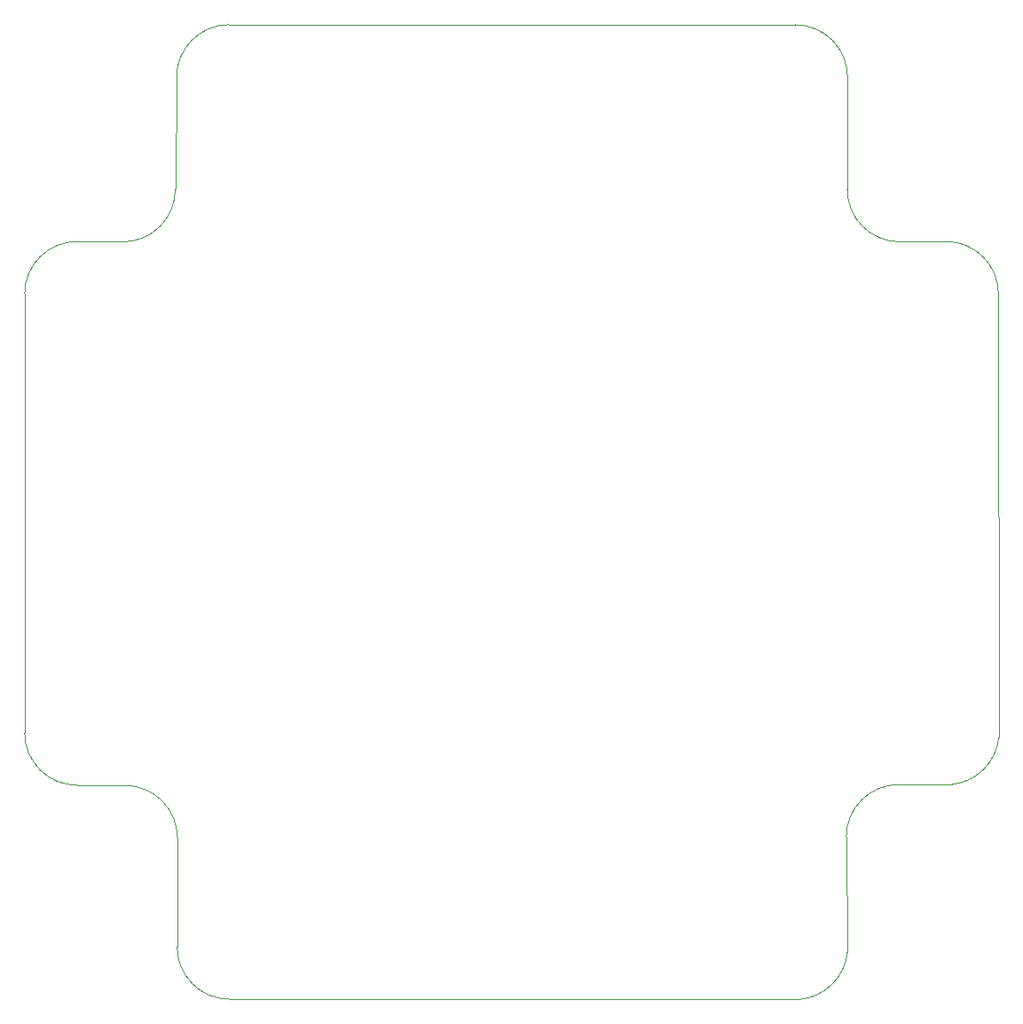
<source format=gbr>
%TF.GenerationSoftware,KiCad,Pcbnew,9.0.6*%
%TF.CreationDate,2025-11-29T13:29:23+01:00*%
%TF.ProjectId,AMN_230V_pcb,414d4e5f-3233-4305-965f-7063622e6b69,rev?*%
%TF.SameCoordinates,Original*%
%TF.FileFunction,Profile,NP*%
%FSLAX46Y46*%
G04 Gerber Fmt 4.6, Leading zero omitted, Abs format (unit mm)*
G04 Created by KiCad (PCBNEW 9.0.6) date 2025-11-29 13:29:23*
%MOMM*%
%LPD*%
G01*
G04 APERTURE LIST*
%TA.AperFunction,Profile*%
%ADD10C,0.050000*%
%TD*%
G04 APERTURE END LIST*
D10*
X143335534Y-75564466D02*
G75*
G02*
X138335534Y-70564466I-34J4999966D01*
G01*
X59835534Y-80535534D02*
G75*
G02*
X64835534Y-75535534I4999996J4D01*
G01*
X79335534Y-54850000D02*
X133364466Y-54855534D01*
X147764500Y-75535534D02*
X143335534Y-75564466D01*
X74214466Y-70564466D02*
G75*
G02*
X69214466Y-75564466I-4999996J-4D01*
G01*
X74414465Y-132435534D02*
X74385534Y-142834466D01*
X148296833Y-127346832D02*
X143235534Y-127350035D01*
X138335535Y-70564466D02*
X138364466Y-59855500D01*
X133846833Y-147846832D02*
X79385500Y-147834466D01*
X147764466Y-75535534D02*
G75*
G02*
X152764466Y-80535534I34J-4999966D01*
G01*
X138235534Y-132350000D02*
X138346833Y-143346833D01*
X133364466Y-54855534D02*
G75*
G02*
X138364466Y-59855534I34J-4999966D01*
G01*
X152796833Y-122846823D02*
X152764466Y-80535534D01*
X138346833Y-143346833D02*
G75*
G02*
X133846833Y-147846833I-5000033J500033D01*
G01*
X74214466Y-70564470D02*
X74335534Y-59850000D01*
X64835534Y-127414466D02*
G75*
G02*
X59835534Y-122414466I-34J4999966D01*
G01*
X64835530Y-75535534D02*
X69214466Y-75564466D01*
X59835535Y-122414466D02*
X59835534Y-80535534D01*
X74335534Y-59850000D02*
G75*
G02*
X79335534Y-54850034I4999966J0D01*
G01*
X69414500Y-127435534D02*
X64835534Y-127414466D01*
X138235534Y-132350000D02*
G75*
G02*
X143235534Y-127350034I4999966J0D01*
G01*
X152796833Y-122846833D02*
G75*
G02*
X148296833Y-127346833I-5000033J500033D01*
G01*
X79385534Y-147834466D02*
G75*
G02*
X74385534Y-142834466I-34J4999966D01*
G01*
X69414466Y-127435534D02*
G75*
G02*
X74414466Y-132435534I34J-4999966D01*
G01*
M02*

</source>
